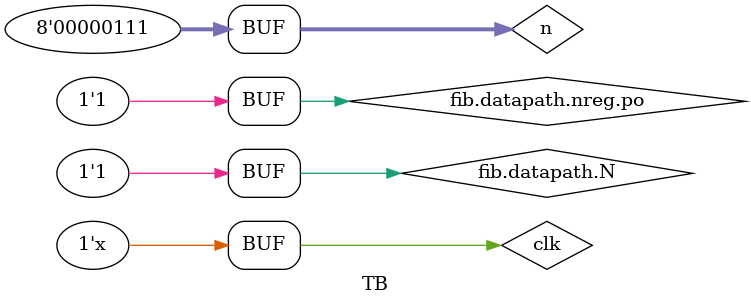
<source format=v>
`timescale 1ns/1ns

module TB ();

 reg clk = 1'b0;
 always #5 clk = ~clk;

 Fib fib(clk);


 reg[7:0] n = 8'b111;

 initial begin
    fib.datapath.nreg.po = n;
    fib.datapath.N = n;
 end
    
endmodule
</source>
